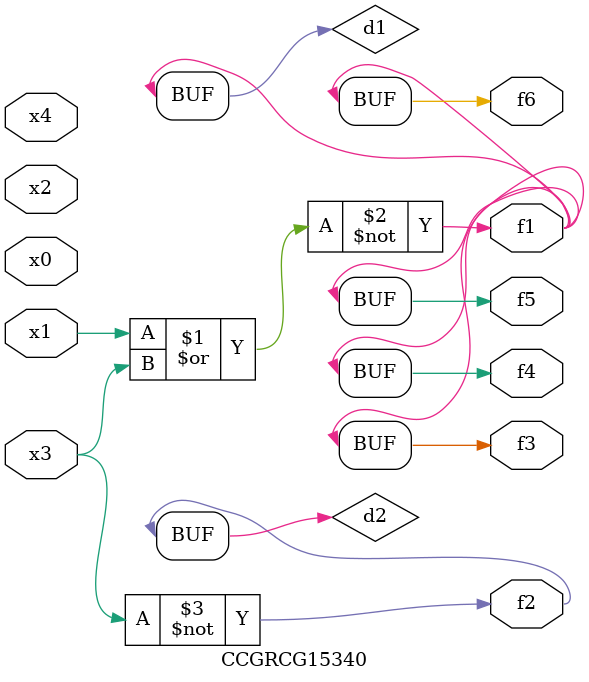
<source format=v>
module CCGRCG15340(
	input x0, x1, x2, x3, x4,
	output f1, f2, f3, f4, f5, f6
);

	wire d1, d2;

	nor (d1, x1, x3);
	not (d2, x3);
	assign f1 = d1;
	assign f2 = d2;
	assign f3 = d1;
	assign f4 = d1;
	assign f5 = d1;
	assign f6 = d1;
endmodule

</source>
